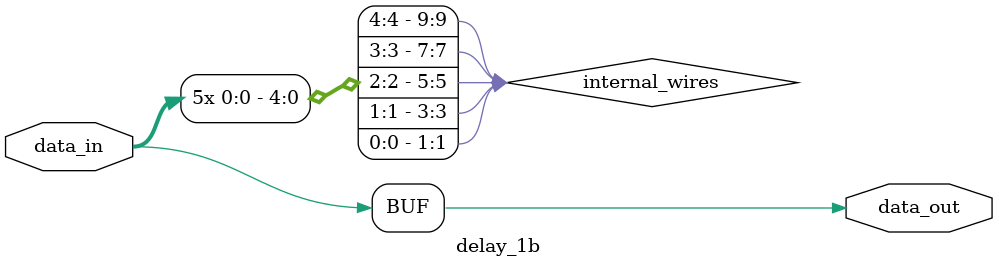
<source format=sv>
module delay_1b # (
  parameter integer   delay =  1, // Delay set by block
  parameter INVERTER_PER_NS = 10  // Inverter number per delay ns
)(
  input  logic  data_in,  // Input value
  output logic data_out   // Output value
);

// == Variable declaration ====================================================
logic [INVERTER_PER_NS*delay-1:0] internal_wires;

// == Connecting with delays ==================================================
generate
    genvar i;
    for(i = 0; i < INVERTER_PER_NS*delay; i++) begin
        if(i == 0) begin
            assign internal_wires[i] = ~data_in; 
        end
	else begin
	    assign internal_wires[i] = ~internal_wires[i-1]; 	
	end
    end
endgenerate

assign data_out = internal_wires[INVERTER_PER_NS*delay-1];

endmodule

</source>
